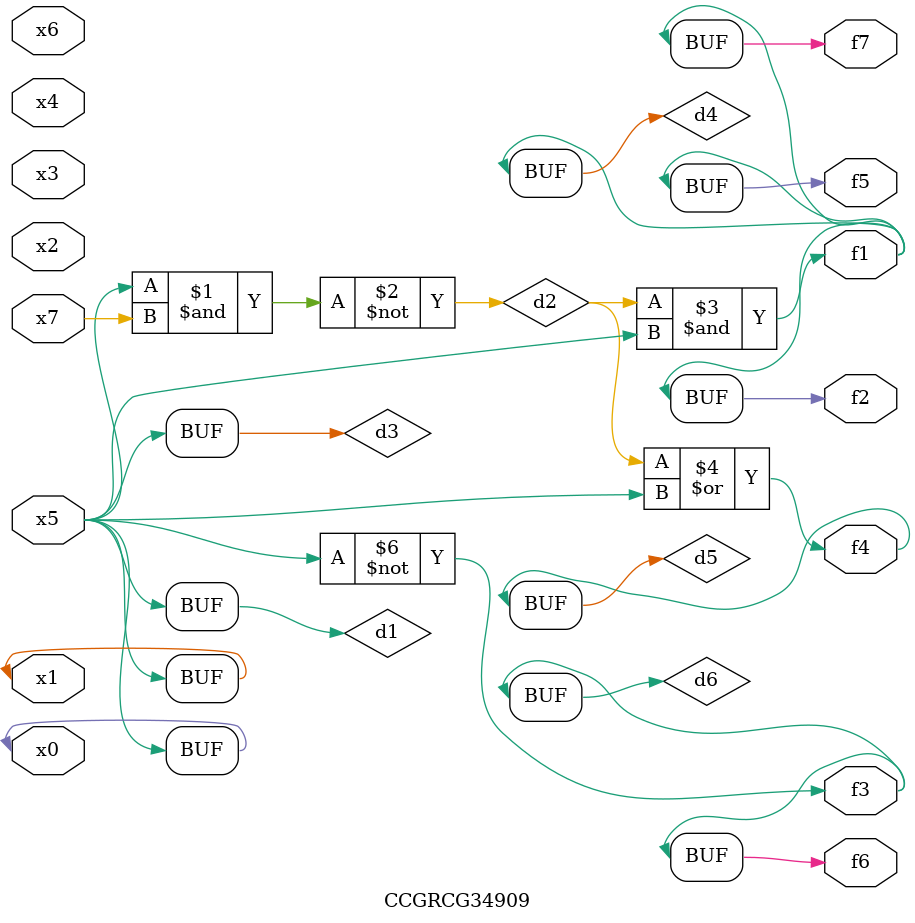
<source format=v>
module CCGRCG34909(
	input x0, x1, x2, x3, x4, x5, x6, x7,
	output f1, f2, f3, f4, f5, f6, f7
);

	wire d1, d2, d3, d4, d5, d6;

	buf (d1, x0, x5);
	nand (d2, x5, x7);
	buf (d3, x0, x1);
	and (d4, d2, d3);
	or (d5, d2, d3);
	nor (d6, d1, d3);
	assign f1 = d4;
	assign f2 = d4;
	assign f3 = d6;
	assign f4 = d5;
	assign f5 = d4;
	assign f6 = d6;
	assign f7 = d4;
endmodule

</source>
